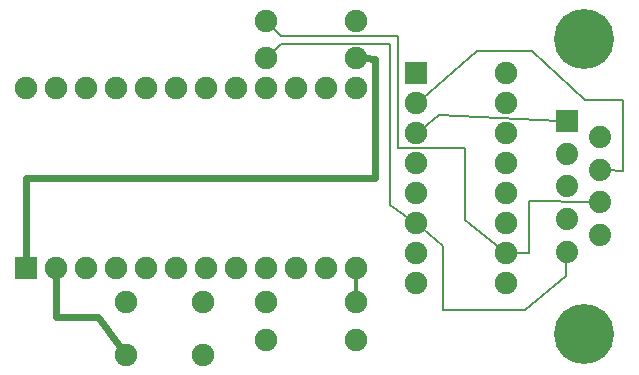
<source format=gbl>
G04 MADE WITH FRITZING*
G04 WWW.FRITZING.ORG*
G04 DOUBLE SIDED*
G04 HOLES PLATED*
G04 CONTOUR ON CENTER OF CONTOUR VECTOR*
%ASAXBY*%
%FSLAX23Y23*%
%MOIN*%
%OFA0B0*%
%SFA1.0B1.0*%
%ADD10C,0.074000*%
%ADD11C,0.200000*%
%ADD12C,0.075000*%
%ADD13R,0.075000X0.075000*%
%ADD14C,0.008000*%
%ADD15C,0.012000*%
%ADD16C,0.024000*%
%ADD17R,0.001000X0.001000*%
%LNCOPPER0*%
G90*
G70*
G54D10*
X1870Y843D03*
X1870Y734D03*
X1870Y625D03*
X1870Y516D03*
X1870Y407D03*
X1981Y788D03*
X1981Y679D03*
X1981Y571D03*
X1981Y461D03*
G54D11*
X1926Y1117D03*
X1926Y133D03*
G54D12*
X1369Y1001D03*
X1669Y1001D03*
X1369Y901D03*
X1669Y901D03*
X1369Y801D03*
X1669Y801D03*
X1369Y701D03*
X1669Y701D03*
X1369Y601D03*
X1669Y601D03*
X1369Y501D03*
X1669Y501D03*
X1369Y401D03*
X1669Y401D03*
X1369Y301D03*
X1669Y301D03*
X69Y351D03*
X69Y951D03*
X169Y351D03*
X169Y951D03*
X269Y351D03*
X269Y951D03*
X369Y351D03*
X369Y951D03*
X469Y351D03*
X469Y951D03*
X569Y351D03*
X569Y951D03*
X669Y351D03*
X669Y951D03*
X769Y351D03*
X769Y951D03*
X869Y351D03*
X869Y951D03*
X969Y351D03*
X969Y951D03*
X1069Y351D03*
X1069Y951D03*
X1169Y351D03*
X1169Y951D03*
X869Y113D03*
X1169Y113D03*
X869Y238D03*
X1169Y238D03*
X1169Y1176D03*
X869Y1176D03*
X1169Y1051D03*
X869Y1051D03*
X656Y63D03*
X401Y63D03*
X656Y240D03*
X401Y240D03*
G54D13*
X1369Y1001D03*
X69Y351D03*
G54D14*
X1307Y751D02*
X1531Y751D01*
D02*
X918Y1126D02*
X1306Y1126D01*
D02*
X1306Y1126D02*
X1307Y751D01*
D02*
X885Y1159D02*
X918Y1126D01*
D02*
X1531Y514D02*
X1651Y415D01*
D02*
X1531Y751D02*
X1531Y514D01*
D02*
X1744Y401D02*
X1744Y575D01*
D02*
X1692Y401D02*
X1744Y401D01*
D02*
X1744Y575D02*
X1956Y571D01*
D02*
X885Y1067D02*
X918Y1100D01*
D02*
X1281Y1100D02*
X1282Y564D01*
D02*
X918Y1100D02*
X1281Y1100D01*
D02*
X1282Y564D02*
X1350Y514D01*
D02*
X1731Y213D02*
X1457Y213D01*
D02*
X1869Y326D02*
X1731Y213D01*
D02*
X1457Y213D02*
X1457Y426D01*
D02*
X1457Y426D02*
X1386Y486D01*
D02*
X1869Y381D02*
X1869Y326D01*
G54D15*
D02*
X1169Y328D02*
X1169Y261D01*
G54D16*
D02*
X1232Y1050D02*
X1198Y1051D01*
D02*
X1232Y651D02*
X1232Y1050D01*
D02*
X68Y651D02*
X1232Y651D01*
D02*
X69Y379D02*
X68Y651D01*
G54D14*
D02*
X1443Y862D02*
X1844Y844D01*
D02*
X1387Y815D02*
X1443Y862D01*
D02*
X1755Y1075D02*
X1570Y1075D01*
D02*
X1570Y1075D02*
X1386Y916D01*
D02*
X2057Y912D02*
X1932Y912D01*
D02*
X1932Y912D02*
X1755Y1075D01*
D02*
X2057Y677D02*
X2057Y912D01*
D02*
X2007Y678D02*
X2057Y677D01*
G54D16*
D02*
X169Y188D02*
X169Y322D01*
D02*
X383Y86D02*
X307Y188D01*
D02*
X307Y188D02*
X169Y188D01*
G54D17*
X1833Y880D02*
X1906Y880D01*
X1833Y879D02*
X1906Y879D01*
X1833Y878D02*
X1906Y878D01*
X1833Y877D02*
X1906Y877D01*
X1833Y876D02*
X1906Y876D01*
X1833Y875D02*
X1906Y875D01*
X1833Y874D02*
X1906Y874D01*
X1833Y873D02*
X1906Y873D01*
X1833Y872D02*
X1906Y872D01*
X1833Y871D02*
X1906Y871D01*
X1833Y870D02*
X1906Y870D01*
X1833Y869D02*
X1906Y869D01*
X1833Y868D02*
X1906Y868D01*
X1833Y867D02*
X1906Y867D01*
X1833Y866D02*
X1906Y866D01*
X1833Y865D02*
X1906Y865D01*
X1833Y864D02*
X1906Y864D01*
X1833Y863D02*
X1865Y863D01*
X1874Y863D02*
X1906Y863D01*
X1833Y862D02*
X1861Y862D01*
X1877Y862D02*
X1906Y862D01*
X1833Y861D02*
X1859Y861D01*
X1879Y861D02*
X1906Y861D01*
X1833Y860D02*
X1857Y860D01*
X1881Y860D02*
X1906Y860D01*
X1833Y859D02*
X1856Y859D01*
X1882Y859D02*
X1906Y859D01*
X1833Y858D02*
X1855Y858D01*
X1883Y858D02*
X1906Y858D01*
X1833Y857D02*
X1854Y857D01*
X1884Y857D02*
X1906Y857D01*
X1833Y856D02*
X1853Y856D01*
X1885Y856D02*
X1906Y856D01*
X1833Y855D02*
X1852Y855D01*
X1886Y855D02*
X1906Y855D01*
X1833Y854D02*
X1852Y854D01*
X1887Y854D02*
X1906Y854D01*
X1833Y853D02*
X1851Y853D01*
X1887Y853D02*
X1906Y853D01*
X1833Y852D02*
X1851Y852D01*
X1888Y852D02*
X1906Y852D01*
X1833Y851D02*
X1850Y851D01*
X1888Y851D02*
X1906Y851D01*
X1833Y850D02*
X1850Y850D01*
X1888Y850D02*
X1906Y850D01*
X1833Y849D02*
X1850Y849D01*
X1889Y849D02*
X1906Y849D01*
X1833Y848D02*
X1849Y848D01*
X1889Y848D02*
X1906Y848D01*
X1833Y847D02*
X1849Y847D01*
X1889Y847D02*
X1906Y847D01*
X1833Y846D02*
X1849Y846D01*
X1889Y846D02*
X1906Y846D01*
X1833Y845D02*
X1849Y845D01*
X1890Y845D02*
X1906Y845D01*
X1833Y844D02*
X1849Y844D01*
X1890Y844D02*
X1906Y844D01*
X1833Y843D02*
X1849Y843D01*
X1890Y843D02*
X1906Y843D01*
X1833Y842D02*
X1849Y842D01*
X1890Y842D02*
X1906Y842D01*
X1833Y841D02*
X1849Y841D01*
X1889Y841D02*
X1906Y841D01*
X1833Y840D02*
X1849Y840D01*
X1889Y840D02*
X1906Y840D01*
X1833Y839D02*
X1849Y839D01*
X1889Y839D02*
X1906Y839D01*
X1833Y838D02*
X1850Y838D01*
X1889Y838D02*
X1906Y838D01*
X1833Y837D02*
X1850Y837D01*
X1889Y837D02*
X1906Y837D01*
X1833Y836D02*
X1850Y836D01*
X1888Y836D02*
X1906Y836D01*
X1833Y835D02*
X1851Y835D01*
X1888Y835D02*
X1906Y835D01*
X1833Y834D02*
X1851Y834D01*
X1887Y834D02*
X1906Y834D01*
X1833Y833D02*
X1852Y833D01*
X1887Y833D02*
X1906Y833D01*
X1833Y832D02*
X1852Y832D01*
X1886Y832D02*
X1906Y832D01*
X1833Y831D02*
X1853Y831D01*
X1885Y831D02*
X1906Y831D01*
X1833Y830D02*
X1854Y830D01*
X1884Y830D02*
X1906Y830D01*
X1833Y829D02*
X1855Y829D01*
X1883Y829D02*
X1906Y829D01*
X1833Y828D02*
X1856Y828D01*
X1882Y828D02*
X1906Y828D01*
X1833Y827D02*
X1857Y827D01*
X1881Y827D02*
X1906Y827D01*
X1833Y826D02*
X1859Y826D01*
X1879Y826D02*
X1906Y826D01*
X1833Y825D02*
X1861Y825D01*
X1877Y825D02*
X1906Y825D01*
X1833Y824D02*
X1864Y824D01*
X1874Y824D02*
X1906Y824D01*
X1833Y823D02*
X1906Y823D01*
X1833Y822D02*
X1906Y822D01*
X1833Y821D02*
X1906Y821D01*
X1833Y820D02*
X1906Y820D01*
X1833Y819D02*
X1906Y819D01*
X1833Y818D02*
X1906Y818D01*
X1833Y817D02*
X1906Y817D01*
X1833Y816D02*
X1906Y816D01*
X1833Y815D02*
X1906Y815D01*
X1833Y814D02*
X1906Y814D01*
X1833Y813D02*
X1906Y813D01*
X1833Y812D02*
X1906Y812D01*
X1833Y811D02*
X1906Y811D01*
X1833Y810D02*
X1906Y810D01*
X1833Y809D02*
X1906Y809D01*
X1833Y808D02*
X1906Y808D01*
X1833Y807D02*
X1906Y807D01*
D02*
G04 End of Copper0*
M02*
</source>
